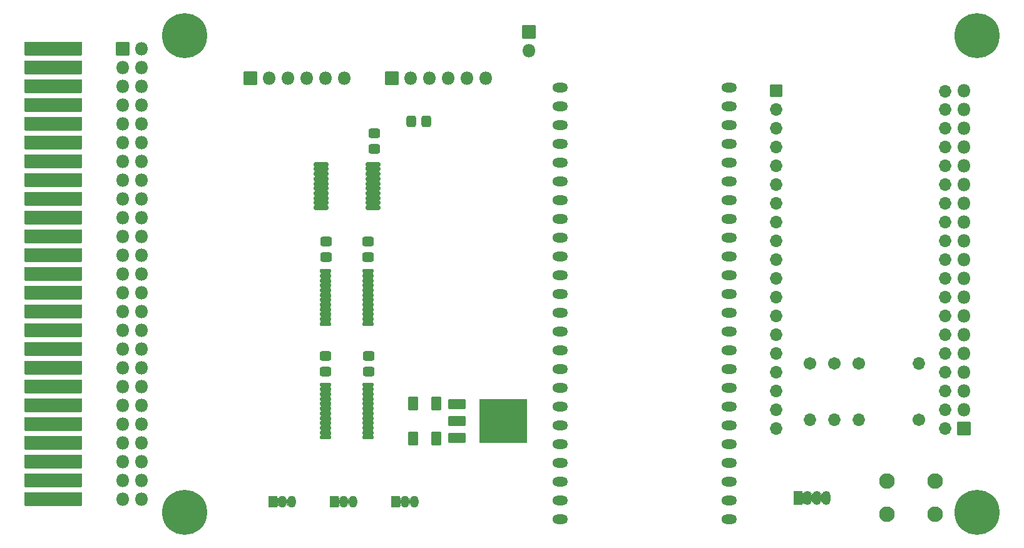
<source format=gbr>
%TF.GenerationSoftware,KiCad,Pcbnew,(6.0.6-0)*%
%TF.CreationDate,2022-07-26T13:54:30-07:00*%
%TF.ProjectId,TRS-IO-M3,5452532d-494f-42d4-9d33-2e6b69636164,rev?*%
%TF.SameCoordinates,Original*%
%TF.FileFunction,Soldermask,Top*%
%TF.FilePolarity,Negative*%
%FSLAX46Y46*%
G04 Gerber Fmt 4.6, Leading zero omitted, Abs format (unit mm)*
G04 Created by KiCad (PCBNEW (6.0.6-0)) date 2022-07-26 13:54:30*
%MOMM*%
%LPD*%
G01*
G04 APERTURE LIST*
G04 Aperture macros list*
%AMRoundRect*
0 Rectangle with rounded corners*
0 $1 Rounding radius*
0 $2 $3 $4 $5 $6 $7 $8 $9 X,Y pos of 4 corners*
0 Add a 4 corners polygon primitive as box body*
4,1,4,$2,$3,$4,$5,$6,$7,$8,$9,$2,$3,0*
0 Add four circle primitives for the rounded corners*
1,1,$1+$1,$2,$3*
1,1,$1+$1,$4,$5*
1,1,$1+$1,$6,$7*
1,1,$1+$1,$8,$9*
0 Add four rect primitives between the rounded corners*
20,1,$1+$1,$2,$3,$4,$5,0*
20,1,$1+$1,$4,$5,$6,$7,0*
20,1,$1+$1,$6,$7,$8,$9,0*
20,1,$1+$1,$8,$9,$2,$3,0*%
G04 Aperture macros list end*
%ADD10C,6.102000*%
%ADD11C,0.902000*%
%ADD12C,1.702000*%
%ADD13O,1.702000X1.702000*%
%ADD14RoundRect,0.051000X0.850000X-0.850000X0.850000X0.850000X-0.850000X0.850000X-0.850000X-0.850000X0*%
%ADD15O,1.802000X1.802000*%
%ADD16RoundRect,0.301000X-0.475000X0.337500X-0.475000X-0.337500X0.475000X-0.337500X0.475000X0.337500X0*%
%ADD17O,2.102000X1.302000*%
%ADD18RoundRect,0.301000X0.475000X-0.337500X0.475000X0.337500X-0.475000X0.337500X-0.475000X-0.337500X0*%
%ADD19RoundRect,0.051000X-1.100000X-0.600000X1.100000X-0.600000X1.100000X0.600000X-1.100000X0.600000X0*%
%ADD20RoundRect,0.051000X-3.200000X-2.900000X3.200000X-2.900000X3.200000X2.900000X-3.200000X2.900000X0*%
%ADD21RoundRect,0.151000X-0.637500X-0.100000X0.637500X-0.100000X0.637500X0.100000X-0.637500X0.100000X0*%
%ADD22RoundRect,0.051000X-0.525000X-0.750000X0.525000X-0.750000X0.525000X0.750000X-0.525000X0.750000X0*%
%ADD23O,1.152000X1.602000*%
%ADD24RoundRect,0.301000X0.412500X0.650000X-0.412500X0.650000X-0.412500X-0.650000X0.412500X-0.650000X0*%
%ADD25RoundRect,0.051000X-0.850000X-0.850000X0.850000X-0.850000X0.850000X0.850000X-0.850000X0.850000X0*%
%ADD26RoundRect,0.051000X-0.800000X-0.800000X0.800000X-0.800000X0.800000X0.800000X-0.800000X0.800000X0*%
%ADD27RoundRect,0.051000X3.810000X-0.889000X3.810000X0.889000X-3.810000X0.889000X-3.810000X-0.889000X0*%
%ADD28RoundRect,0.051000X-0.535000X-0.900000X0.535000X-0.900000X0.535000X0.900000X-0.535000X0.900000X0*%
%ADD29O,1.172000X1.902000*%
%ADD30C,2.102000*%
%ADD31RoundRect,0.301000X-0.337500X-0.475000X0.337500X-0.475000X0.337500X0.475000X-0.337500X0.475000X0*%
%ADD32RoundRect,0.176000X-0.825000X-0.125000X0.825000X-0.125000X0.825000X0.125000X-0.825000X0.125000X0*%
%ADD33RoundRect,0.051000X0.850000X0.850000X-0.850000X0.850000X-0.850000X-0.850000X0.850000X-0.850000X0*%
G04 APERTURE END LIST*
D10*
%TO.C,H1*%
X124714000Y-60960000D03*
D11*
X126304990Y-62550990D03*
X123123010Y-59369010D03*
X126964000Y-60960000D03*
X124714000Y-58710000D03*
X122464000Y-60960000D03*
X124714000Y-63210000D03*
X126304990Y-59369010D03*
X123123010Y-62550990D03*
%TD*%
%TO.C,H2*%
X233540990Y-62550990D03*
X234200000Y-60960000D03*
D10*
X231950000Y-60960000D03*
D11*
X229700000Y-60960000D03*
X230359010Y-62550990D03*
X230359010Y-59369010D03*
X233540990Y-59369010D03*
X231950000Y-63210000D03*
X231950000Y-58710000D03*
%TD*%
%TO.C,H3*%
X126964000Y-125476000D03*
X124714000Y-127726000D03*
X126304990Y-123885010D03*
X123123010Y-127066990D03*
D10*
X124714000Y-125476000D03*
D11*
X122464000Y-125476000D03*
X124714000Y-123226000D03*
X126304990Y-127066990D03*
X123123010Y-123885010D03*
%TD*%
%TO.C,H4*%
X233540990Y-123885010D03*
X229700000Y-125476000D03*
X233540990Y-127066990D03*
X231950000Y-127726000D03*
X230359010Y-123885010D03*
X234200000Y-125476000D03*
X231950000Y-123226000D03*
X230359010Y-127066990D03*
D10*
X231950000Y-125476000D03*
%TD*%
D12*
%TO.C,R1*%
X209350000Y-105323000D03*
D13*
X209350000Y-112943000D03*
%TD*%
D12*
%TO.C,R2*%
X215954000Y-105323000D03*
D13*
X215954000Y-112943000D03*
%TD*%
D14*
%TO.C,J5*%
X133600000Y-66675000D03*
D15*
X136140000Y-66675000D03*
X138680000Y-66675000D03*
X141220000Y-66675000D03*
X143760000Y-66675000D03*
X146300000Y-66675000D03*
%TD*%
D16*
%TO.C,C6*%
X149650000Y-104312500D03*
X149650000Y-106387500D03*
%TD*%
D17*
%TO.C,U5*%
X175520000Y-67985000D03*
X175520000Y-70525000D03*
X175520000Y-73065000D03*
X175520000Y-75605000D03*
X175520000Y-78145000D03*
X175520000Y-80685000D03*
X175520000Y-83225000D03*
X175520000Y-85765000D03*
X175520000Y-88305000D03*
X175520000Y-90845000D03*
X175520000Y-93385000D03*
X175520000Y-95925000D03*
X175520000Y-98465000D03*
X175520000Y-101005000D03*
X175520000Y-103545000D03*
X175520000Y-106085000D03*
X175520000Y-108625000D03*
X175520000Y-111165000D03*
X175520000Y-113705000D03*
X175520000Y-116245000D03*
X175520000Y-118785000D03*
X175520000Y-121325000D03*
X175520000Y-123865000D03*
X175520000Y-126405000D03*
X198420000Y-126405000D03*
X198420000Y-123865000D03*
X198420000Y-121325000D03*
X198420000Y-118785000D03*
X198420000Y-116245000D03*
X198420000Y-113705000D03*
X198420000Y-111165000D03*
X198420000Y-108625000D03*
X198420000Y-106085000D03*
X198420000Y-103545000D03*
X198420000Y-101005000D03*
X198420000Y-98465000D03*
X198420000Y-95925000D03*
X198420000Y-93385000D03*
X198420000Y-90845000D03*
X198420000Y-88305000D03*
X198420000Y-85765000D03*
X198420000Y-83225000D03*
X198420000Y-80685000D03*
X198420000Y-78145000D03*
X198420000Y-75605000D03*
X198420000Y-73065000D03*
X198420000Y-70525000D03*
X198420000Y-67985000D03*
%TD*%
D18*
%TO.C,C1*%
X143850000Y-90887500D03*
X143850000Y-88812500D03*
%TD*%
D16*
%TO.C,C7*%
X150400000Y-74162500D03*
X150400000Y-76237500D03*
%TD*%
D19*
%TO.C,U4*%
X161575000Y-110795000D03*
X161575000Y-113075000D03*
D20*
X167875000Y-113075000D03*
D19*
X161575000Y-115355000D03*
%TD*%
D21*
%TO.C,U2*%
X143837500Y-108175000D03*
X143837500Y-108825000D03*
X143837500Y-109475000D03*
X143837500Y-110125000D03*
X143837500Y-110775000D03*
X143837500Y-111425000D03*
X143837500Y-112075000D03*
X143837500Y-112725000D03*
X143837500Y-113375000D03*
X143837500Y-114025000D03*
X143837500Y-114675000D03*
X143837500Y-115325000D03*
X149562500Y-115325000D03*
X149562500Y-114675000D03*
X149562500Y-114025000D03*
X149562500Y-113375000D03*
X149562500Y-112725000D03*
X149562500Y-112075000D03*
X149562500Y-111425000D03*
X149562500Y-110775000D03*
X149562500Y-110125000D03*
X149562500Y-109475000D03*
X149562500Y-108825000D03*
X149562500Y-108175000D03*
%TD*%
D16*
%TO.C,C3*%
X149600000Y-88812500D03*
X149600000Y-90887500D03*
%TD*%
D22*
%TO.C,Q2*%
X144990000Y-124060000D03*
D23*
X146260000Y-124060000D03*
X147530000Y-124060000D03*
%TD*%
D24*
%TO.C,C4*%
X158812500Y-110700000D03*
X155687500Y-110700000D03*
%TD*%
D25*
%TO.C,J4*%
X171300000Y-60475000D03*
D15*
X171300000Y-63015000D03*
%TD*%
D26*
%TO.C,U6*%
X204750000Y-68400000D03*
D13*
X204750000Y-70940000D03*
X204750000Y-73480000D03*
X204750000Y-76020000D03*
X204750000Y-78560000D03*
X204750000Y-81100000D03*
X204750000Y-83640000D03*
X204750000Y-86180000D03*
X204750000Y-88720000D03*
X204750000Y-91260000D03*
X204750000Y-93800000D03*
X204750000Y-96340000D03*
X204750000Y-98880000D03*
X204750000Y-101420000D03*
X204750000Y-103960000D03*
X204750000Y-106500000D03*
X204750000Y-109040000D03*
X204750000Y-111580000D03*
X204750000Y-114120000D03*
X227610000Y-114120000D03*
X227610000Y-111580000D03*
X227610000Y-109040000D03*
X227610000Y-106500000D03*
X227610000Y-103960000D03*
X227610000Y-101420000D03*
X227610000Y-98880000D03*
X227610000Y-96340000D03*
X227610000Y-93800000D03*
X227610000Y-91260000D03*
X227610000Y-88720000D03*
X227610000Y-86180000D03*
X227610000Y-83640000D03*
X227610000Y-81100000D03*
X227610000Y-78560000D03*
X227610000Y-76020000D03*
X227610000Y-73480000D03*
X227610000Y-70940000D03*
X227610000Y-68463500D03*
%TD*%
D12*
%TO.C,R4*%
X224054000Y-112943000D03*
D13*
X224054000Y-105323000D03*
%TD*%
D27*
%TO.C,J1*%
X106934000Y-123698000D03*
X106934000Y-121158000D03*
X106934000Y-118618000D03*
X106934000Y-116078000D03*
X106934000Y-113538000D03*
X106934000Y-110998000D03*
X106934000Y-108458000D03*
X106934000Y-105918000D03*
X106934000Y-103378000D03*
X106934000Y-100838000D03*
X106934000Y-98298000D03*
X106934000Y-95758000D03*
X106934000Y-93218000D03*
X106934000Y-90678000D03*
X106934000Y-88138000D03*
X106934000Y-85598000D03*
X106934000Y-83058000D03*
X106934000Y-80518000D03*
X106934000Y-77978000D03*
X106934000Y-75438000D03*
X106934000Y-72898000D03*
X106934000Y-70358000D03*
X106934000Y-67818000D03*
X106934000Y-65278000D03*
X106934000Y-62738000D03*
%TD*%
D22*
%TO.C,Q1*%
X136700000Y-124060000D03*
D23*
X137970000Y-124060000D03*
X139240000Y-124060000D03*
%TD*%
D14*
%TO.C,J6*%
X152800000Y-66675000D03*
D15*
X155340000Y-66675000D03*
X157880000Y-66675000D03*
X160420000Y-66675000D03*
X162960000Y-66675000D03*
X165500000Y-66675000D03*
%TD*%
D12*
%TO.C,R3*%
X212652000Y-105323000D03*
D13*
X212652000Y-112943000D03*
%TD*%
D28*
%TO.C,D1*%
X207750000Y-123500000D03*
D29*
X209020000Y-123500000D03*
X210290000Y-123500000D03*
X211560000Y-123500000D03*
%TD*%
D15*
%TO.C,J2*%
X118867000Y-123703000D03*
X116327000Y-123703000D03*
X118867000Y-121163000D03*
X116327000Y-121163000D03*
X118867000Y-118623000D03*
X116327000Y-118623000D03*
X118867000Y-116083000D03*
X116327000Y-116083000D03*
X118867000Y-113543000D03*
X116327000Y-113543000D03*
X118867000Y-111003000D03*
X116327000Y-111003000D03*
X118867000Y-108463000D03*
X116327000Y-108463000D03*
X118867000Y-105923000D03*
X116327000Y-105923000D03*
X118867000Y-103383000D03*
X116327000Y-103383000D03*
X118867000Y-100843000D03*
X116327000Y-100843000D03*
X118867000Y-98303000D03*
X116327000Y-98303000D03*
X118867000Y-95763000D03*
X116327000Y-95763000D03*
X118867000Y-93223000D03*
X116327000Y-93223000D03*
X118867000Y-90683000D03*
X116327000Y-90683000D03*
X118867000Y-88143000D03*
X116327000Y-88143000D03*
X118867000Y-85603000D03*
X116327000Y-85603000D03*
X118867000Y-83063000D03*
X116327000Y-83063000D03*
X118867000Y-80523000D03*
X116327000Y-80523000D03*
X118867000Y-77983000D03*
X116327000Y-77983000D03*
X118867000Y-75443000D03*
X116327000Y-75443000D03*
X118867000Y-72903000D03*
X116327000Y-72903000D03*
X118867000Y-70363000D03*
X116327000Y-70363000D03*
X118867000Y-67823000D03*
X116327000Y-67823000D03*
X118867000Y-65283000D03*
X116327000Y-65283000D03*
X118867000Y-62743000D03*
D25*
X116327000Y-62743000D03*
%TD*%
D18*
%TO.C,C2*%
X143800000Y-106387500D03*
X143800000Y-104312500D03*
%TD*%
D30*
%TO.C,SW1*%
X226250000Y-125750000D03*
X219750000Y-125750000D03*
X226250000Y-121250000D03*
X219750000Y-121250000D03*
%TD*%
D21*
%TO.C,U1*%
X143837500Y-92800000D03*
X143837500Y-93450000D03*
X143837500Y-94100000D03*
X143837500Y-94750000D03*
X143837500Y-95400000D03*
X143837500Y-96050000D03*
X143837500Y-96700000D03*
X143837500Y-97350000D03*
X143837500Y-98000000D03*
X143837500Y-98650000D03*
X143837500Y-99300000D03*
X143837500Y-99950000D03*
X149562500Y-99950000D03*
X149562500Y-99300000D03*
X149562500Y-98650000D03*
X149562500Y-98000000D03*
X149562500Y-97350000D03*
X149562500Y-96700000D03*
X149562500Y-96050000D03*
X149562500Y-95400000D03*
X149562500Y-94750000D03*
X149562500Y-94100000D03*
X149562500Y-93450000D03*
X149562500Y-92800000D03*
%TD*%
D24*
%TO.C,C5*%
X158762500Y-115500000D03*
X155637500Y-115500000D03*
%TD*%
D31*
%TO.C,C8*%
X155375000Y-72550000D03*
X157450000Y-72550000D03*
%TD*%
D32*
%TO.C,U3*%
X143200000Y-78375000D03*
X143200000Y-79025000D03*
X143200000Y-79675000D03*
X143200000Y-80325000D03*
X143200000Y-80975000D03*
X143200000Y-81625000D03*
X143200000Y-82275000D03*
X143200000Y-82925000D03*
X143200000Y-83575000D03*
X143200000Y-84225000D03*
X150200000Y-84225000D03*
X150200000Y-83575000D03*
X150200000Y-82925000D03*
X150200000Y-82275000D03*
X150200000Y-81625000D03*
X150200000Y-80975000D03*
X150200000Y-80325000D03*
X150200000Y-79675000D03*
X150200000Y-79025000D03*
X150200000Y-78375000D03*
%TD*%
D15*
%TO.C,J3*%
X230150000Y-68430000D03*
X230150000Y-70970000D03*
X230150000Y-73510000D03*
X230150000Y-76050000D03*
X230150000Y-78590000D03*
X230150000Y-81130000D03*
X230150000Y-83670000D03*
X230150000Y-86210000D03*
X230150000Y-88750000D03*
X230150000Y-91290000D03*
X230150000Y-93830000D03*
X230150000Y-96370000D03*
X230150000Y-98910000D03*
X230150000Y-101450000D03*
X230150000Y-103990000D03*
X230150000Y-106530000D03*
X230150000Y-109070000D03*
X230150000Y-111610000D03*
D33*
X230150000Y-114150000D03*
%TD*%
D22*
%TO.C,Q3*%
X153280000Y-124060000D03*
D23*
X154550000Y-124060000D03*
X155820000Y-124060000D03*
%TD*%
G36*
X137277919Y-123433759D02*
G01*
X137297595Y-123500771D01*
X137349938Y-123546126D01*
X137418491Y-123555983D01*
X137481648Y-123527140D01*
X137496563Y-123510630D01*
X137498466Y-123510015D01*
X137499950Y-123511356D01*
X137499634Y-123513189D01*
X137472915Y-123548010D01*
X137415576Y-123686442D01*
X137396000Y-123835132D01*
X137396000Y-124284868D01*
X137415576Y-124433558D01*
X137472915Y-124571990D01*
X137503875Y-124612338D01*
X137504136Y-124614321D01*
X137502549Y-124615539D01*
X137501026Y-124615107D01*
X137448579Y-124572428D01*
X137379751Y-124564697D01*
X137317672Y-124595402D01*
X137281962Y-124654939D01*
X137277984Y-124686014D01*
X137276772Y-124687605D01*
X137274788Y-124687351D01*
X137274000Y-124685760D01*
X137274000Y-123434322D01*
X137275000Y-123432590D01*
X137277000Y-123432590D01*
X137277919Y-123433759D01*
G37*
G36*
X153857919Y-123433759D02*
G01*
X153877595Y-123500771D01*
X153929938Y-123546126D01*
X153998491Y-123555983D01*
X154061648Y-123527140D01*
X154076563Y-123510630D01*
X154078466Y-123510015D01*
X154079950Y-123511356D01*
X154079634Y-123513189D01*
X154052915Y-123548010D01*
X153995576Y-123686442D01*
X153976000Y-123835132D01*
X153976000Y-124284868D01*
X153995576Y-124433558D01*
X154052915Y-124571990D01*
X154083875Y-124612338D01*
X154084136Y-124614321D01*
X154082549Y-124615539D01*
X154081026Y-124615107D01*
X154028579Y-124572428D01*
X153959751Y-124564697D01*
X153897672Y-124595402D01*
X153861962Y-124654939D01*
X153857984Y-124686014D01*
X153856772Y-124687605D01*
X153854788Y-124687351D01*
X153854000Y-124685760D01*
X153854000Y-123434322D01*
X153855000Y-123432590D01*
X153857000Y-123432590D01*
X153857919Y-123433759D01*
G37*
G36*
X145567919Y-123433759D02*
G01*
X145587595Y-123500771D01*
X145639938Y-123546126D01*
X145708491Y-123555983D01*
X145771648Y-123527140D01*
X145786563Y-123510630D01*
X145788466Y-123510015D01*
X145789950Y-123511356D01*
X145789634Y-123513189D01*
X145762915Y-123548010D01*
X145705576Y-123686442D01*
X145686000Y-123835132D01*
X145686000Y-124284868D01*
X145705576Y-124433558D01*
X145762915Y-124571990D01*
X145793875Y-124612338D01*
X145794136Y-124614321D01*
X145792549Y-124615539D01*
X145791026Y-124615107D01*
X145738579Y-124572428D01*
X145669751Y-124564697D01*
X145607672Y-124595402D01*
X145571962Y-124654939D01*
X145567984Y-124686014D01*
X145566772Y-124687605D01*
X145564788Y-124687351D01*
X145564000Y-124685760D01*
X145564000Y-123434322D01*
X145565000Y-123432590D01*
X145567000Y-123432590D01*
X145567919Y-123433759D01*
G37*
G36*
X138738076Y-123558004D02*
G01*
X138738110Y-123559611D01*
X138685576Y-123686442D01*
X138666000Y-123835132D01*
X138666000Y-124284868D01*
X138685576Y-124433558D01*
X138736941Y-124557565D01*
X138736680Y-124559548D01*
X138734832Y-124560313D01*
X138733445Y-124559463D01*
X138728707Y-124552570D01*
X138728484Y-124552144D01*
X138719930Y-124529506D01*
X138678008Y-124474002D01*
X138613013Y-124450075D01*
X138545403Y-124465087D01*
X138496474Y-124514436D01*
X138490149Y-124528094D01*
X138478689Y-124557487D01*
X138478462Y-124557910D01*
X138475374Y-124562304D01*
X138473560Y-124563146D01*
X138471924Y-124561996D01*
X138471890Y-124560389D01*
X138524424Y-124433558D01*
X138544000Y-124284868D01*
X138544000Y-123835132D01*
X138524424Y-123686442D01*
X138473059Y-123562435D01*
X138473320Y-123560452D01*
X138475168Y-123559687D01*
X138476555Y-123560537D01*
X138481293Y-123567430D01*
X138481516Y-123567856D01*
X138490070Y-123590494D01*
X138531992Y-123645998D01*
X138596987Y-123669925D01*
X138664597Y-123654913D01*
X138713526Y-123605564D01*
X138719851Y-123591906D01*
X138731311Y-123562513D01*
X138731538Y-123562090D01*
X138734626Y-123557696D01*
X138736440Y-123556854D01*
X138738076Y-123558004D01*
G37*
G36*
X155318076Y-123558004D02*
G01*
X155318110Y-123559611D01*
X155265576Y-123686442D01*
X155246000Y-123835132D01*
X155246000Y-124284868D01*
X155265576Y-124433558D01*
X155316941Y-124557565D01*
X155316680Y-124559548D01*
X155314832Y-124560313D01*
X155313445Y-124559463D01*
X155308707Y-124552570D01*
X155308484Y-124552144D01*
X155299930Y-124529506D01*
X155258008Y-124474002D01*
X155193013Y-124450075D01*
X155125403Y-124465087D01*
X155076474Y-124514436D01*
X155070149Y-124528094D01*
X155058689Y-124557487D01*
X155058462Y-124557910D01*
X155055374Y-124562304D01*
X155053560Y-124563146D01*
X155051924Y-124561996D01*
X155051890Y-124560389D01*
X155104424Y-124433558D01*
X155124000Y-124284868D01*
X155124000Y-123835132D01*
X155104424Y-123686442D01*
X155053059Y-123562435D01*
X155053320Y-123560452D01*
X155055168Y-123559687D01*
X155056555Y-123560537D01*
X155061293Y-123567430D01*
X155061516Y-123567856D01*
X155070070Y-123590494D01*
X155111992Y-123645998D01*
X155176987Y-123669925D01*
X155244597Y-123654913D01*
X155293526Y-123605564D01*
X155299851Y-123591906D01*
X155311311Y-123562513D01*
X155311538Y-123562090D01*
X155314626Y-123557696D01*
X155316440Y-123556854D01*
X155318076Y-123558004D01*
G37*
G36*
X147028076Y-123558004D02*
G01*
X147028110Y-123559611D01*
X146975576Y-123686442D01*
X146956000Y-123835132D01*
X146956000Y-124284868D01*
X146975576Y-124433558D01*
X147026941Y-124557565D01*
X147026680Y-124559548D01*
X147024832Y-124560313D01*
X147023445Y-124559463D01*
X147018707Y-124552570D01*
X147018484Y-124552144D01*
X147009930Y-124529506D01*
X146968008Y-124474002D01*
X146903013Y-124450075D01*
X146835403Y-124465087D01*
X146786474Y-124514436D01*
X146780149Y-124528094D01*
X146768689Y-124557487D01*
X146768462Y-124557910D01*
X146765374Y-124562304D01*
X146763560Y-124563146D01*
X146761924Y-124561996D01*
X146761890Y-124560389D01*
X146814424Y-124433558D01*
X146834000Y-124284868D01*
X146834000Y-123835132D01*
X146814424Y-123686442D01*
X146763059Y-123562435D01*
X146763320Y-123560452D01*
X146765168Y-123559687D01*
X146766555Y-123560537D01*
X146771293Y-123567430D01*
X146771516Y-123567856D01*
X146780070Y-123590494D01*
X146821992Y-123645998D01*
X146886987Y-123669925D01*
X146954597Y-123654913D01*
X147003526Y-123605564D01*
X147009851Y-123591906D01*
X147021311Y-123562513D01*
X147021538Y-123562090D01*
X147024626Y-123557696D01*
X147026440Y-123556854D01*
X147028076Y-123558004D01*
G37*
G36*
X208337919Y-122702267D02*
G01*
X208357595Y-122769279D01*
X208409938Y-122814634D01*
X208478491Y-122824491D01*
X208541647Y-122795648D01*
X208561702Y-122773450D01*
X208583559Y-122742350D01*
X208583880Y-122741993D01*
X208592637Y-122734354D01*
X208594600Y-122733969D01*
X208595915Y-122735476D01*
X208595539Y-122737079D01*
X208514255Y-122843010D01*
X208455916Y-122983854D01*
X208436000Y-123135132D01*
X208436000Y-123864868D01*
X208455916Y-124016146D01*
X208514255Y-124156990D01*
X208593646Y-124260455D01*
X208593907Y-124262438D01*
X208592320Y-124263656D01*
X208590728Y-124263166D01*
X208579790Y-124253420D01*
X208579473Y-124253060D01*
X208562528Y-124228406D01*
X208508578Y-124184506D01*
X208439750Y-124176775D01*
X208377671Y-124207481D01*
X208341962Y-124267018D01*
X208337984Y-124298092D01*
X208336772Y-124299683D01*
X208334788Y-124299429D01*
X208334000Y-124297838D01*
X208334000Y-122702830D01*
X208335000Y-122701098D01*
X208337000Y-122701098D01*
X208337919Y-122702267D01*
G37*
G36*
X211049359Y-122853141D02*
G01*
X211049393Y-122854748D01*
X210995916Y-122983854D01*
X210976000Y-123135132D01*
X210976000Y-123864868D01*
X210995916Y-124016146D01*
X211048204Y-124142380D01*
X211047943Y-124144363D01*
X211046095Y-124145128D01*
X211044708Y-124144278D01*
X211031993Y-124125778D01*
X211031466Y-124125820D01*
X211030730Y-124125220D01*
X210997864Y-124081704D01*
X210932869Y-124057778D01*
X210865259Y-124072789D01*
X210816329Y-124122137D01*
X210810003Y-124135800D01*
X210807504Y-124142209D01*
X210807277Y-124142633D01*
X210804091Y-124147167D01*
X210802277Y-124148009D01*
X210800641Y-124146859D01*
X210800607Y-124145252D01*
X210854084Y-124016146D01*
X210874000Y-123864868D01*
X210874000Y-123135132D01*
X210854084Y-122983854D01*
X210801796Y-122857620D01*
X210802057Y-122855637D01*
X210803905Y-122854872D01*
X210805292Y-122855722D01*
X210818007Y-122874222D01*
X210818534Y-122874180D01*
X210819270Y-122874780D01*
X210852136Y-122918296D01*
X210917131Y-122942222D01*
X210984741Y-122927211D01*
X211033671Y-122877863D01*
X211039997Y-122864200D01*
X211042496Y-122857791D01*
X211042723Y-122857367D01*
X211045909Y-122852833D01*
X211047723Y-122851991D01*
X211049359Y-122853141D01*
G37*
G36*
X209779359Y-122853141D02*
G01*
X209779393Y-122854748D01*
X209725916Y-122983854D01*
X209706000Y-123135132D01*
X209706000Y-123864868D01*
X209725916Y-124016146D01*
X209778204Y-124142380D01*
X209777943Y-124144363D01*
X209776095Y-124145128D01*
X209774708Y-124144278D01*
X209761993Y-124125778D01*
X209761466Y-124125820D01*
X209760730Y-124125220D01*
X209727864Y-124081704D01*
X209662869Y-124057778D01*
X209595259Y-124072789D01*
X209546329Y-124122137D01*
X209540003Y-124135800D01*
X209537504Y-124142209D01*
X209537277Y-124142633D01*
X209534091Y-124147167D01*
X209532277Y-124148009D01*
X209530641Y-124146859D01*
X209530607Y-124145252D01*
X209584084Y-124016146D01*
X209604000Y-123864868D01*
X209604000Y-123135132D01*
X209584084Y-122983854D01*
X209531796Y-122857620D01*
X209532057Y-122855637D01*
X209533905Y-122854872D01*
X209535292Y-122855722D01*
X209548007Y-122874222D01*
X209548534Y-122874180D01*
X209549270Y-122874780D01*
X209582136Y-122918296D01*
X209647131Y-122942222D01*
X209714741Y-122927211D01*
X209763671Y-122877863D01*
X209769997Y-122864200D01*
X209772496Y-122857791D01*
X209772723Y-122857367D01*
X209775909Y-122852833D01*
X209777723Y-122851991D01*
X209779359Y-122853141D01*
G37*
G36*
X144552587Y-114902477D02*
G01*
X144552126Y-114903891D01*
X144512803Y-114950944D01*
X144504170Y-115019660D01*
X144534133Y-115082289D01*
X144542803Y-115089800D01*
X144543457Y-115091690D01*
X144542147Y-115093202D01*
X144540382Y-115092975D01*
X144532006Y-115087379D01*
X144474801Y-115076000D01*
X143200199Y-115076000D01*
X143142994Y-115087379D01*
X143125520Y-115099055D01*
X143123524Y-115099186D01*
X143122413Y-115097523D01*
X143122874Y-115096109D01*
X143162197Y-115049056D01*
X143170830Y-114980340D01*
X143140867Y-114917711D01*
X143132197Y-114910200D01*
X143131543Y-114908310D01*
X143132853Y-114906798D01*
X143134618Y-114907025D01*
X143142994Y-114912621D01*
X143200199Y-114924000D01*
X144474801Y-114924000D01*
X144532006Y-114912621D01*
X144549480Y-114900945D01*
X144551476Y-114900814D01*
X144552587Y-114902477D01*
G37*
G36*
X150277587Y-114902477D02*
G01*
X150277126Y-114903891D01*
X150237803Y-114950944D01*
X150229170Y-115019660D01*
X150259133Y-115082289D01*
X150267803Y-115089800D01*
X150268457Y-115091690D01*
X150267147Y-115093202D01*
X150265382Y-115092975D01*
X150257006Y-115087379D01*
X150199801Y-115076000D01*
X148925199Y-115076000D01*
X148867994Y-115087379D01*
X148850520Y-115099055D01*
X148848524Y-115099186D01*
X148847413Y-115097523D01*
X148847874Y-115096109D01*
X148887197Y-115049056D01*
X148895830Y-114980340D01*
X148865867Y-114917711D01*
X148857197Y-114910200D01*
X148856543Y-114908310D01*
X148857853Y-114906798D01*
X148859618Y-114907025D01*
X148867994Y-114912621D01*
X148925199Y-114924000D01*
X150199801Y-114924000D01*
X150257006Y-114912621D01*
X150274480Y-114900945D01*
X150276476Y-114900814D01*
X150277587Y-114902477D01*
G37*
G36*
X150277587Y-114252477D02*
G01*
X150277126Y-114253891D01*
X150237803Y-114300944D01*
X150229170Y-114369660D01*
X150259133Y-114432289D01*
X150267803Y-114439800D01*
X150268457Y-114441690D01*
X150267147Y-114443202D01*
X150265382Y-114442975D01*
X150257006Y-114437379D01*
X150199801Y-114426000D01*
X148925199Y-114426000D01*
X148867994Y-114437379D01*
X148850520Y-114449055D01*
X148848524Y-114449186D01*
X148847413Y-114447523D01*
X148847874Y-114446109D01*
X148887197Y-114399056D01*
X148895830Y-114330340D01*
X148865867Y-114267711D01*
X148857197Y-114260200D01*
X148856543Y-114258310D01*
X148857853Y-114256798D01*
X148859618Y-114257025D01*
X148867994Y-114262621D01*
X148925199Y-114274000D01*
X150199801Y-114274000D01*
X150257006Y-114262621D01*
X150274480Y-114250945D01*
X150276476Y-114250814D01*
X150277587Y-114252477D01*
G37*
G36*
X144552587Y-114252477D02*
G01*
X144552126Y-114253891D01*
X144512803Y-114300944D01*
X144504170Y-114369660D01*
X144534133Y-114432289D01*
X144542803Y-114439800D01*
X144543457Y-114441690D01*
X144542147Y-114443202D01*
X144540382Y-114442975D01*
X144532006Y-114437379D01*
X144474801Y-114426000D01*
X143200199Y-114426000D01*
X143142994Y-114437379D01*
X143125520Y-114449055D01*
X143123524Y-114449186D01*
X143122413Y-114447523D01*
X143122874Y-114446109D01*
X143162197Y-114399056D01*
X143170830Y-114330340D01*
X143140867Y-114267711D01*
X143132197Y-114260200D01*
X143131543Y-114258310D01*
X143132853Y-114256798D01*
X143134618Y-114257025D01*
X143142994Y-114262621D01*
X143200199Y-114274000D01*
X144474801Y-114274000D01*
X144532006Y-114262621D01*
X144549480Y-114250945D01*
X144551476Y-114250814D01*
X144552587Y-114252477D01*
G37*
G36*
X144552587Y-113602477D02*
G01*
X144552126Y-113603891D01*
X144512803Y-113650944D01*
X144504170Y-113719660D01*
X144534133Y-113782289D01*
X144542803Y-113789800D01*
X144543457Y-113791690D01*
X144542147Y-113793202D01*
X144540382Y-113792975D01*
X144532006Y-113787379D01*
X144474801Y-113776000D01*
X143200199Y-113776000D01*
X143142994Y-113787379D01*
X143125520Y-113799055D01*
X143123524Y-113799186D01*
X143122413Y-113797523D01*
X143122874Y-113796109D01*
X143162197Y-113749056D01*
X143170830Y-113680340D01*
X143140867Y-113617711D01*
X143132197Y-113610200D01*
X143131543Y-113608310D01*
X143132853Y-113606798D01*
X143134618Y-113607025D01*
X143142994Y-113612621D01*
X143200199Y-113624000D01*
X144474801Y-113624000D01*
X144532006Y-113612621D01*
X144549480Y-113600945D01*
X144551476Y-113600814D01*
X144552587Y-113602477D01*
G37*
G36*
X150277587Y-113602477D02*
G01*
X150277126Y-113603891D01*
X150237803Y-113650944D01*
X150229170Y-113719660D01*
X150259133Y-113782289D01*
X150267803Y-113789800D01*
X150268457Y-113791690D01*
X150267147Y-113793202D01*
X150265382Y-113792975D01*
X150257006Y-113787379D01*
X150199801Y-113776000D01*
X148925199Y-113776000D01*
X148867994Y-113787379D01*
X148850520Y-113799055D01*
X148848524Y-113799186D01*
X148847413Y-113797523D01*
X148847874Y-113796109D01*
X148887197Y-113749056D01*
X148895830Y-113680340D01*
X148865867Y-113617711D01*
X148857197Y-113610200D01*
X148856543Y-113608310D01*
X148857853Y-113606798D01*
X148859618Y-113607025D01*
X148867994Y-113612621D01*
X148925199Y-113624000D01*
X150199801Y-113624000D01*
X150257006Y-113612621D01*
X150274480Y-113600945D01*
X150276476Y-113600814D01*
X150277587Y-113602477D01*
G37*
G36*
X144552587Y-112952477D02*
G01*
X144552126Y-112953891D01*
X144512803Y-113000944D01*
X144504170Y-113069660D01*
X144534133Y-113132289D01*
X144542803Y-113139800D01*
X144543457Y-113141690D01*
X144542147Y-113143202D01*
X144540382Y-113142975D01*
X144532006Y-113137379D01*
X144474801Y-113126000D01*
X143200199Y-113126000D01*
X143142994Y-113137379D01*
X143125520Y-113149055D01*
X143123524Y-113149186D01*
X143122413Y-113147523D01*
X143122874Y-113146109D01*
X143162197Y-113099056D01*
X143170830Y-113030340D01*
X143140867Y-112967711D01*
X143132197Y-112960200D01*
X143131543Y-112958310D01*
X143132853Y-112956798D01*
X143134618Y-112957025D01*
X143142994Y-112962621D01*
X143200199Y-112974000D01*
X144474801Y-112974000D01*
X144532006Y-112962621D01*
X144549480Y-112950945D01*
X144551476Y-112950814D01*
X144552587Y-112952477D01*
G37*
G36*
X150277587Y-112952477D02*
G01*
X150277126Y-112953891D01*
X150237803Y-113000944D01*
X150229170Y-113069660D01*
X150259133Y-113132289D01*
X150267803Y-113139800D01*
X150268457Y-113141690D01*
X150267147Y-113143202D01*
X150265382Y-113142975D01*
X150257006Y-113137379D01*
X150199801Y-113126000D01*
X148925199Y-113126000D01*
X148867994Y-113137379D01*
X148850520Y-113149055D01*
X148848524Y-113149186D01*
X148847413Y-113147523D01*
X148847874Y-113146109D01*
X148887197Y-113099056D01*
X148895830Y-113030340D01*
X148865867Y-112967711D01*
X148857197Y-112960200D01*
X148856543Y-112958310D01*
X148857853Y-112956798D01*
X148859618Y-112957025D01*
X148867994Y-112962621D01*
X148925199Y-112974000D01*
X150199801Y-112974000D01*
X150257006Y-112962621D01*
X150274480Y-112950945D01*
X150276476Y-112950814D01*
X150277587Y-112952477D01*
G37*
G36*
X144552587Y-112302477D02*
G01*
X144552126Y-112303891D01*
X144512803Y-112350944D01*
X144504170Y-112419660D01*
X144534133Y-112482289D01*
X144542803Y-112489800D01*
X144543457Y-112491690D01*
X144542147Y-112493202D01*
X144540382Y-112492975D01*
X144532006Y-112487379D01*
X144474801Y-112476000D01*
X143200199Y-112476000D01*
X143142994Y-112487379D01*
X143125520Y-112499055D01*
X143123524Y-112499186D01*
X143122413Y-112497523D01*
X143122874Y-112496109D01*
X143162197Y-112449056D01*
X143170830Y-112380340D01*
X143140867Y-112317711D01*
X143132197Y-112310200D01*
X143131543Y-112308310D01*
X143132853Y-112306798D01*
X143134618Y-112307025D01*
X143142994Y-112312621D01*
X143200199Y-112324000D01*
X144474801Y-112324000D01*
X144532006Y-112312621D01*
X144549480Y-112300945D01*
X144551476Y-112300814D01*
X144552587Y-112302477D01*
G37*
G36*
X150277587Y-112302477D02*
G01*
X150277126Y-112303891D01*
X150237803Y-112350944D01*
X150229170Y-112419660D01*
X150259133Y-112482289D01*
X150267803Y-112489800D01*
X150268457Y-112491690D01*
X150267147Y-112493202D01*
X150265382Y-112492975D01*
X150257006Y-112487379D01*
X150199801Y-112476000D01*
X148925199Y-112476000D01*
X148867994Y-112487379D01*
X148850520Y-112499055D01*
X148848524Y-112499186D01*
X148847413Y-112497523D01*
X148847874Y-112496109D01*
X148887197Y-112449056D01*
X148895830Y-112380340D01*
X148865867Y-112317711D01*
X148857197Y-112310200D01*
X148856543Y-112308310D01*
X148857853Y-112306798D01*
X148859618Y-112307025D01*
X148867994Y-112312621D01*
X148925199Y-112324000D01*
X150199801Y-112324000D01*
X150257006Y-112312621D01*
X150274480Y-112300945D01*
X150276476Y-112300814D01*
X150277587Y-112302477D01*
G37*
G36*
X144552587Y-111652477D02*
G01*
X144552126Y-111653891D01*
X144512803Y-111700944D01*
X144504170Y-111769660D01*
X144534133Y-111832289D01*
X144542803Y-111839800D01*
X144543457Y-111841690D01*
X144542147Y-111843202D01*
X144540382Y-111842975D01*
X144532006Y-111837379D01*
X144474801Y-111826000D01*
X143200199Y-111826000D01*
X143142994Y-111837379D01*
X143125520Y-111849055D01*
X143123524Y-111849186D01*
X143122413Y-111847523D01*
X143122874Y-111846109D01*
X143162197Y-111799056D01*
X143170830Y-111730340D01*
X143140867Y-111667711D01*
X143132197Y-111660200D01*
X143131543Y-111658310D01*
X143132853Y-111656798D01*
X143134618Y-111657025D01*
X143142994Y-111662621D01*
X143200199Y-111674000D01*
X144474801Y-111674000D01*
X144532006Y-111662621D01*
X144549480Y-111650945D01*
X144551476Y-111650814D01*
X144552587Y-111652477D01*
G37*
G36*
X150277587Y-111652477D02*
G01*
X150277126Y-111653891D01*
X150237803Y-111700944D01*
X150229170Y-111769660D01*
X150259133Y-111832289D01*
X150267803Y-111839800D01*
X150268457Y-111841690D01*
X150267147Y-111843202D01*
X150265382Y-111842975D01*
X150257006Y-111837379D01*
X150199801Y-111826000D01*
X148925199Y-111826000D01*
X148867994Y-111837379D01*
X148850520Y-111849055D01*
X148848524Y-111849186D01*
X148847413Y-111847523D01*
X148847874Y-111846109D01*
X148887197Y-111799056D01*
X148895830Y-111730340D01*
X148865867Y-111667711D01*
X148857197Y-111660200D01*
X148856543Y-111658310D01*
X148857853Y-111656798D01*
X148859618Y-111657025D01*
X148867994Y-111662621D01*
X148925199Y-111674000D01*
X150199801Y-111674000D01*
X150257006Y-111662621D01*
X150274480Y-111650945D01*
X150276476Y-111650814D01*
X150277587Y-111652477D01*
G37*
G36*
X144552587Y-111002477D02*
G01*
X144552126Y-111003891D01*
X144512803Y-111050944D01*
X144504170Y-111119660D01*
X144534133Y-111182289D01*
X144542803Y-111189800D01*
X144543457Y-111191690D01*
X144542147Y-111193202D01*
X144540382Y-111192975D01*
X144532006Y-111187379D01*
X144474801Y-111176000D01*
X143200199Y-111176000D01*
X143142994Y-111187379D01*
X143125520Y-111199055D01*
X143123524Y-111199186D01*
X143122413Y-111197523D01*
X143122874Y-111196109D01*
X143162197Y-111149056D01*
X143170830Y-111080340D01*
X143140867Y-111017711D01*
X143132197Y-111010200D01*
X143131543Y-111008310D01*
X143132853Y-111006798D01*
X143134618Y-111007025D01*
X143142994Y-111012621D01*
X143200199Y-111024000D01*
X144474801Y-111024000D01*
X144532006Y-111012621D01*
X144549480Y-111000945D01*
X144551476Y-111000814D01*
X144552587Y-111002477D01*
G37*
G36*
X150277587Y-111002477D02*
G01*
X150277126Y-111003891D01*
X150237803Y-111050944D01*
X150229170Y-111119660D01*
X150259133Y-111182289D01*
X150267803Y-111189800D01*
X150268457Y-111191690D01*
X150267147Y-111193202D01*
X150265382Y-111192975D01*
X150257006Y-111187379D01*
X150199801Y-111176000D01*
X148925199Y-111176000D01*
X148867994Y-111187379D01*
X148850520Y-111199055D01*
X148848524Y-111199186D01*
X148847413Y-111197523D01*
X148847874Y-111196109D01*
X148887197Y-111149056D01*
X148895830Y-111080340D01*
X148865867Y-111017711D01*
X148857197Y-111010200D01*
X148856543Y-111008310D01*
X148857853Y-111006798D01*
X148859618Y-111007025D01*
X148867994Y-111012621D01*
X148925199Y-111024000D01*
X150199801Y-111024000D01*
X150257006Y-111012621D01*
X150274480Y-111000945D01*
X150276476Y-111000814D01*
X150277587Y-111002477D01*
G37*
G36*
X144552587Y-110352477D02*
G01*
X144552126Y-110353891D01*
X144512803Y-110400944D01*
X144504170Y-110469660D01*
X144534133Y-110532289D01*
X144542803Y-110539800D01*
X144543457Y-110541690D01*
X144542147Y-110543202D01*
X144540382Y-110542975D01*
X144532006Y-110537379D01*
X144474801Y-110526000D01*
X143200199Y-110526000D01*
X143142994Y-110537379D01*
X143125520Y-110549055D01*
X143123524Y-110549186D01*
X143122413Y-110547523D01*
X143122874Y-110546109D01*
X143162197Y-110499056D01*
X143170830Y-110430340D01*
X143140867Y-110367711D01*
X143132197Y-110360200D01*
X143131543Y-110358310D01*
X143132853Y-110356798D01*
X143134618Y-110357025D01*
X143142994Y-110362621D01*
X143200199Y-110374000D01*
X144474801Y-110374000D01*
X144532006Y-110362621D01*
X144549480Y-110350945D01*
X144551476Y-110350814D01*
X144552587Y-110352477D01*
G37*
G36*
X150277587Y-110352477D02*
G01*
X150277126Y-110353891D01*
X150237803Y-110400944D01*
X150229170Y-110469660D01*
X150259133Y-110532289D01*
X150267803Y-110539800D01*
X150268457Y-110541690D01*
X150267147Y-110543202D01*
X150265382Y-110542975D01*
X150257006Y-110537379D01*
X150199801Y-110526000D01*
X148925199Y-110526000D01*
X148867994Y-110537379D01*
X148850520Y-110549055D01*
X148848524Y-110549186D01*
X148847413Y-110547523D01*
X148847874Y-110546109D01*
X148887197Y-110499056D01*
X148895830Y-110430340D01*
X148865867Y-110367711D01*
X148857197Y-110360200D01*
X148856543Y-110358310D01*
X148857853Y-110356798D01*
X148859618Y-110357025D01*
X148867994Y-110362621D01*
X148925199Y-110374000D01*
X150199801Y-110374000D01*
X150257006Y-110362621D01*
X150274480Y-110350945D01*
X150276476Y-110350814D01*
X150277587Y-110352477D01*
G37*
G36*
X144552587Y-109702477D02*
G01*
X144552126Y-109703891D01*
X144512803Y-109750944D01*
X144504170Y-109819660D01*
X144534133Y-109882289D01*
X144542803Y-109889800D01*
X144543457Y-109891690D01*
X144542147Y-109893202D01*
X144540382Y-109892975D01*
X144532006Y-109887379D01*
X144474801Y-109876000D01*
X143200199Y-109876000D01*
X143142994Y-109887379D01*
X143125520Y-109899055D01*
X143123524Y-109899186D01*
X143122413Y-109897523D01*
X143122874Y-109896109D01*
X143162197Y-109849056D01*
X143170830Y-109780340D01*
X143140867Y-109717711D01*
X143132197Y-109710200D01*
X143131543Y-109708310D01*
X143132853Y-109706798D01*
X143134618Y-109707025D01*
X143142994Y-109712621D01*
X143200199Y-109724000D01*
X144474801Y-109724000D01*
X144532006Y-109712621D01*
X144549480Y-109700945D01*
X144551476Y-109700814D01*
X144552587Y-109702477D01*
G37*
G36*
X150277587Y-109702477D02*
G01*
X150277126Y-109703891D01*
X150237803Y-109750944D01*
X150229170Y-109819660D01*
X150259133Y-109882289D01*
X150267803Y-109889800D01*
X150268457Y-109891690D01*
X150267147Y-109893202D01*
X150265382Y-109892975D01*
X150257006Y-109887379D01*
X150199801Y-109876000D01*
X148925199Y-109876000D01*
X148867994Y-109887379D01*
X148850520Y-109899055D01*
X148848524Y-109899186D01*
X148847413Y-109897523D01*
X148847874Y-109896109D01*
X148887197Y-109849056D01*
X148895830Y-109780340D01*
X148865867Y-109717711D01*
X148857197Y-109710200D01*
X148856543Y-109708310D01*
X148857853Y-109706798D01*
X148859618Y-109707025D01*
X148867994Y-109712621D01*
X148925199Y-109724000D01*
X150199801Y-109724000D01*
X150257006Y-109712621D01*
X150274480Y-109700945D01*
X150276476Y-109700814D01*
X150277587Y-109702477D01*
G37*
G36*
X144552587Y-109052477D02*
G01*
X144552126Y-109053891D01*
X144512803Y-109100944D01*
X144504170Y-109169660D01*
X144534133Y-109232289D01*
X144542803Y-109239800D01*
X144543457Y-109241690D01*
X144542147Y-109243202D01*
X144540382Y-109242975D01*
X144532006Y-109237379D01*
X144474801Y-109226000D01*
X143200199Y-109226000D01*
X143142994Y-109237379D01*
X143125520Y-109249055D01*
X143123524Y-109249186D01*
X143122413Y-109247523D01*
X143122874Y-109246109D01*
X143162197Y-109199056D01*
X143170830Y-109130340D01*
X143140867Y-109067711D01*
X143132197Y-109060200D01*
X143131543Y-109058310D01*
X143132853Y-109056798D01*
X143134618Y-109057025D01*
X143142994Y-109062621D01*
X143200199Y-109074000D01*
X144474801Y-109074000D01*
X144532006Y-109062621D01*
X144549480Y-109050945D01*
X144551476Y-109050814D01*
X144552587Y-109052477D01*
G37*
G36*
X150277587Y-109052477D02*
G01*
X150277126Y-109053891D01*
X150237803Y-109100944D01*
X150229170Y-109169660D01*
X150259133Y-109232289D01*
X150267803Y-109239800D01*
X150268457Y-109241690D01*
X150267147Y-109243202D01*
X150265382Y-109242975D01*
X150257006Y-109237379D01*
X150199801Y-109226000D01*
X148925199Y-109226000D01*
X148867994Y-109237379D01*
X148850520Y-109249055D01*
X148848524Y-109249186D01*
X148847413Y-109247523D01*
X148847874Y-109246109D01*
X148887197Y-109199056D01*
X148895830Y-109130340D01*
X148865867Y-109067711D01*
X148857197Y-109060200D01*
X148856543Y-109058310D01*
X148857853Y-109056798D01*
X148859618Y-109057025D01*
X148867994Y-109062621D01*
X148925199Y-109074000D01*
X150199801Y-109074000D01*
X150257006Y-109062621D01*
X150274480Y-109050945D01*
X150276476Y-109050814D01*
X150277587Y-109052477D01*
G37*
G36*
X144552587Y-108402477D02*
G01*
X144552126Y-108403891D01*
X144512803Y-108450944D01*
X144504170Y-108519660D01*
X144534133Y-108582289D01*
X144542803Y-108589800D01*
X144543457Y-108591690D01*
X144542147Y-108593202D01*
X144540382Y-108592975D01*
X144532006Y-108587379D01*
X144474801Y-108576000D01*
X143200199Y-108576000D01*
X143142994Y-108587379D01*
X143125520Y-108599055D01*
X143123524Y-108599186D01*
X143122413Y-108597523D01*
X143122874Y-108596109D01*
X143162197Y-108549056D01*
X143170830Y-108480340D01*
X143140867Y-108417711D01*
X143132197Y-108410200D01*
X143131543Y-108408310D01*
X143132853Y-108406798D01*
X143134618Y-108407025D01*
X143142994Y-108412621D01*
X143200199Y-108424000D01*
X144474801Y-108424000D01*
X144532006Y-108412621D01*
X144549480Y-108400945D01*
X144551476Y-108400814D01*
X144552587Y-108402477D01*
G37*
G36*
X150277587Y-108402477D02*
G01*
X150277126Y-108403891D01*
X150237803Y-108450944D01*
X150229170Y-108519660D01*
X150259133Y-108582289D01*
X150267803Y-108589800D01*
X150268457Y-108591690D01*
X150267147Y-108593202D01*
X150265382Y-108592975D01*
X150257006Y-108587379D01*
X150199801Y-108576000D01*
X148925199Y-108576000D01*
X148867994Y-108587379D01*
X148850520Y-108599055D01*
X148848524Y-108599186D01*
X148847413Y-108597523D01*
X148847874Y-108596109D01*
X148887197Y-108549056D01*
X148895830Y-108480340D01*
X148865867Y-108417711D01*
X148857197Y-108410200D01*
X148856543Y-108408310D01*
X148857853Y-108406798D01*
X148859618Y-108407025D01*
X148867994Y-108412621D01*
X148925199Y-108424000D01*
X150199801Y-108424000D01*
X150257006Y-108412621D01*
X150274480Y-108400945D01*
X150276476Y-108400814D01*
X150277587Y-108402477D01*
G37*
G36*
X144552587Y-99527477D02*
G01*
X144552126Y-99528891D01*
X144512803Y-99575944D01*
X144504170Y-99644660D01*
X144534133Y-99707289D01*
X144542803Y-99714800D01*
X144543457Y-99716690D01*
X144542147Y-99718202D01*
X144540382Y-99717975D01*
X144532006Y-99712379D01*
X144474801Y-99701000D01*
X143200199Y-99701000D01*
X143142994Y-99712379D01*
X143125520Y-99724055D01*
X143123524Y-99724186D01*
X143122413Y-99722523D01*
X143122874Y-99721109D01*
X143162197Y-99674056D01*
X143170830Y-99605340D01*
X143140867Y-99542711D01*
X143132197Y-99535200D01*
X143131543Y-99533310D01*
X143132853Y-99531798D01*
X143134618Y-99532025D01*
X143142994Y-99537621D01*
X143200199Y-99549000D01*
X144474801Y-99549000D01*
X144532006Y-99537621D01*
X144549480Y-99525945D01*
X144551476Y-99525814D01*
X144552587Y-99527477D01*
G37*
G36*
X150277587Y-99527477D02*
G01*
X150277126Y-99528891D01*
X150237803Y-99575944D01*
X150229170Y-99644660D01*
X150259133Y-99707289D01*
X150267803Y-99714800D01*
X150268457Y-99716690D01*
X150267147Y-99718202D01*
X150265382Y-99717975D01*
X150257006Y-99712379D01*
X150199801Y-99701000D01*
X148925199Y-99701000D01*
X148867994Y-99712379D01*
X148850520Y-99724055D01*
X148848524Y-99724186D01*
X148847413Y-99722523D01*
X148847874Y-99721109D01*
X148887197Y-99674056D01*
X148895830Y-99605340D01*
X148865867Y-99542711D01*
X148857197Y-99535200D01*
X148856543Y-99533310D01*
X148857853Y-99531798D01*
X148859618Y-99532025D01*
X148867994Y-99537621D01*
X148925199Y-99549000D01*
X150199801Y-99549000D01*
X150257006Y-99537621D01*
X150274480Y-99525945D01*
X150276476Y-99525814D01*
X150277587Y-99527477D01*
G37*
G36*
X144552587Y-98877477D02*
G01*
X144552126Y-98878891D01*
X144512803Y-98925944D01*
X144504170Y-98994660D01*
X144534133Y-99057289D01*
X144542803Y-99064800D01*
X144543457Y-99066690D01*
X144542147Y-99068202D01*
X144540382Y-99067975D01*
X144532006Y-99062379D01*
X144474801Y-99051000D01*
X143200199Y-99051000D01*
X143142994Y-99062379D01*
X143125520Y-99074055D01*
X143123524Y-99074186D01*
X143122413Y-99072523D01*
X143122874Y-99071109D01*
X143162197Y-99024056D01*
X143170830Y-98955340D01*
X143140867Y-98892711D01*
X143132197Y-98885200D01*
X143131543Y-98883310D01*
X143132853Y-98881798D01*
X143134618Y-98882025D01*
X143142994Y-98887621D01*
X143200199Y-98899000D01*
X144474801Y-98899000D01*
X144532006Y-98887621D01*
X144549480Y-98875945D01*
X144551476Y-98875814D01*
X144552587Y-98877477D01*
G37*
G36*
X150277587Y-98877477D02*
G01*
X150277126Y-98878891D01*
X150237803Y-98925944D01*
X150229170Y-98994660D01*
X150259133Y-99057289D01*
X150267803Y-99064800D01*
X150268457Y-99066690D01*
X150267147Y-99068202D01*
X150265382Y-99067975D01*
X150257006Y-99062379D01*
X150199801Y-99051000D01*
X148925199Y-99051000D01*
X148867994Y-99062379D01*
X148850520Y-99074055D01*
X148848524Y-99074186D01*
X148847413Y-99072523D01*
X148847874Y-99071109D01*
X148887197Y-99024056D01*
X148895830Y-98955340D01*
X148865867Y-98892711D01*
X148857197Y-98885200D01*
X148856543Y-98883310D01*
X148857853Y-98881798D01*
X148859618Y-98882025D01*
X148867994Y-98887621D01*
X148925199Y-98899000D01*
X150199801Y-98899000D01*
X150257006Y-98887621D01*
X150274480Y-98875945D01*
X150276476Y-98875814D01*
X150277587Y-98877477D01*
G37*
G36*
X150277587Y-98227477D02*
G01*
X150277126Y-98228891D01*
X150237803Y-98275944D01*
X150229170Y-98344660D01*
X150259133Y-98407289D01*
X150267803Y-98414800D01*
X150268457Y-98416690D01*
X150267147Y-98418202D01*
X150265382Y-98417975D01*
X150257006Y-98412379D01*
X150199801Y-98401000D01*
X148925199Y-98401000D01*
X148867994Y-98412379D01*
X148850520Y-98424055D01*
X148848524Y-98424186D01*
X148847413Y-98422523D01*
X148847874Y-98421109D01*
X148887197Y-98374056D01*
X148895830Y-98305340D01*
X148865867Y-98242711D01*
X148857197Y-98235200D01*
X148856543Y-98233310D01*
X148857853Y-98231798D01*
X148859618Y-98232025D01*
X148867994Y-98237621D01*
X148925199Y-98249000D01*
X150199801Y-98249000D01*
X150257006Y-98237621D01*
X150274480Y-98225945D01*
X150276476Y-98225814D01*
X150277587Y-98227477D01*
G37*
G36*
X144552587Y-98227477D02*
G01*
X144552126Y-98228891D01*
X144512803Y-98275944D01*
X144504170Y-98344660D01*
X144534133Y-98407289D01*
X144542803Y-98414800D01*
X144543457Y-98416690D01*
X144542147Y-98418202D01*
X144540382Y-98417975D01*
X144532006Y-98412379D01*
X144474801Y-98401000D01*
X143200199Y-98401000D01*
X143142994Y-98412379D01*
X143125520Y-98424055D01*
X143123524Y-98424186D01*
X143122413Y-98422523D01*
X143122874Y-98421109D01*
X143162197Y-98374056D01*
X143170830Y-98305340D01*
X143140867Y-98242711D01*
X143132197Y-98235200D01*
X143131543Y-98233310D01*
X143132853Y-98231798D01*
X143134618Y-98232025D01*
X143142994Y-98237621D01*
X143200199Y-98249000D01*
X144474801Y-98249000D01*
X144532006Y-98237621D01*
X144549480Y-98225945D01*
X144551476Y-98225814D01*
X144552587Y-98227477D01*
G37*
G36*
X144552587Y-97577477D02*
G01*
X144552126Y-97578891D01*
X144512803Y-97625944D01*
X144504170Y-97694660D01*
X144534133Y-97757289D01*
X144542803Y-97764800D01*
X144543457Y-97766690D01*
X144542147Y-97768202D01*
X144540382Y-97767975D01*
X144532006Y-97762379D01*
X144474801Y-97751000D01*
X143200199Y-97751000D01*
X143142994Y-97762379D01*
X143125520Y-97774055D01*
X143123524Y-97774186D01*
X143122413Y-97772523D01*
X143122874Y-97771109D01*
X143162197Y-97724056D01*
X143170830Y-97655340D01*
X143140867Y-97592711D01*
X143132197Y-97585200D01*
X143131543Y-97583310D01*
X143132853Y-97581798D01*
X143134618Y-97582025D01*
X143142994Y-97587621D01*
X143200199Y-97599000D01*
X144474801Y-97599000D01*
X144532006Y-97587621D01*
X144549480Y-97575945D01*
X144551476Y-97575814D01*
X144552587Y-97577477D01*
G37*
G36*
X150277587Y-97577477D02*
G01*
X150277126Y-97578891D01*
X150237803Y-97625944D01*
X150229170Y-97694660D01*
X150259133Y-97757289D01*
X150267803Y-97764800D01*
X150268457Y-97766690D01*
X150267147Y-97768202D01*
X150265382Y-97767975D01*
X150257006Y-97762379D01*
X150199801Y-97751000D01*
X148925199Y-97751000D01*
X148867994Y-97762379D01*
X148850520Y-97774055D01*
X148848524Y-97774186D01*
X148847413Y-97772523D01*
X148847874Y-97771109D01*
X148887197Y-97724056D01*
X148895830Y-97655340D01*
X148865867Y-97592711D01*
X148857197Y-97585200D01*
X148856543Y-97583310D01*
X148857853Y-97581798D01*
X148859618Y-97582025D01*
X148867994Y-97587621D01*
X148925199Y-97599000D01*
X150199801Y-97599000D01*
X150257006Y-97587621D01*
X150274480Y-97575945D01*
X150276476Y-97575814D01*
X150277587Y-97577477D01*
G37*
G36*
X150277587Y-96927477D02*
G01*
X150277126Y-96928891D01*
X150237803Y-96975944D01*
X150229170Y-97044660D01*
X150259133Y-97107289D01*
X150267803Y-97114800D01*
X150268457Y-97116690D01*
X150267147Y-97118202D01*
X150265382Y-97117975D01*
X150257006Y-97112379D01*
X150199801Y-97101000D01*
X148925199Y-97101000D01*
X148867994Y-97112379D01*
X148850520Y-97124055D01*
X148848524Y-97124186D01*
X148847413Y-97122523D01*
X148847874Y-97121109D01*
X148887197Y-97074056D01*
X148895830Y-97005340D01*
X148865867Y-96942711D01*
X148857197Y-96935200D01*
X148856543Y-96933310D01*
X148857853Y-96931798D01*
X148859618Y-96932025D01*
X148867994Y-96937621D01*
X148925199Y-96949000D01*
X150199801Y-96949000D01*
X150257006Y-96937621D01*
X150274480Y-96925945D01*
X150276476Y-96925814D01*
X150277587Y-96927477D01*
G37*
G36*
X144552587Y-96927477D02*
G01*
X144552126Y-96928891D01*
X144512803Y-96975944D01*
X144504170Y-97044660D01*
X144534133Y-97107289D01*
X144542803Y-97114800D01*
X144543457Y-97116690D01*
X144542147Y-97118202D01*
X144540382Y-97117975D01*
X144532006Y-97112379D01*
X144474801Y-97101000D01*
X143200199Y-97101000D01*
X143142994Y-97112379D01*
X143125520Y-97124055D01*
X143123524Y-97124186D01*
X143122413Y-97122523D01*
X143122874Y-97121109D01*
X143162197Y-97074056D01*
X143170830Y-97005340D01*
X143140867Y-96942711D01*
X143132197Y-96935200D01*
X143131543Y-96933310D01*
X143132853Y-96931798D01*
X143134618Y-96932025D01*
X143142994Y-96937621D01*
X143200199Y-96949000D01*
X144474801Y-96949000D01*
X144532006Y-96937621D01*
X144549480Y-96925945D01*
X144551476Y-96925814D01*
X144552587Y-96927477D01*
G37*
G36*
X144552587Y-96277477D02*
G01*
X144552126Y-96278891D01*
X144512803Y-96325944D01*
X144504170Y-96394660D01*
X144534133Y-96457289D01*
X144542803Y-96464800D01*
X144543457Y-96466690D01*
X144542147Y-96468202D01*
X144540382Y-96467975D01*
X144532006Y-96462379D01*
X144474801Y-96451000D01*
X143200199Y-96451000D01*
X143142994Y-96462379D01*
X143125520Y-96474055D01*
X143123524Y-96474186D01*
X143122413Y-96472523D01*
X143122874Y-96471109D01*
X143162197Y-96424056D01*
X143170830Y-96355340D01*
X143140867Y-96292711D01*
X143132197Y-96285200D01*
X143131543Y-96283310D01*
X143132853Y-96281798D01*
X143134618Y-96282025D01*
X143142994Y-96287621D01*
X143200199Y-96299000D01*
X144474801Y-96299000D01*
X144532006Y-96287621D01*
X144549480Y-96275945D01*
X144551476Y-96275814D01*
X144552587Y-96277477D01*
G37*
G36*
X150277587Y-96277477D02*
G01*
X150277126Y-96278891D01*
X150237803Y-96325944D01*
X150229170Y-96394660D01*
X150259133Y-96457289D01*
X150267803Y-96464800D01*
X150268457Y-96466690D01*
X150267147Y-96468202D01*
X150265382Y-96467975D01*
X150257006Y-96462379D01*
X150199801Y-96451000D01*
X148925199Y-96451000D01*
X148867994Y-96462379D01*
X148850520Y-96474055D01*
X148848524Y-96474186D01*
X148847413Y-96472523D01*
X148847874Y-96471109D01*
X148887197Y-96424056D01*
X148895830Y-96355340D01*
X148865867Y-96292711D01*
X148857197Y-96285200D01*
X148856543Y-96283310D01*
X148857853Y-96281798D01*
X148859618Y-96282025D01*
X148867994Y-96287621D01*
X148925199Y-96299000D01*
X150199801Y-96299000D01*
X150257006Y-96287621D01*
X150274480Y-96275945D01*
X150276476Y-96275814D01*
X150277587Y-96277477D01*
G37*
G36*
X150277587Y-95627477D02*
G01*
X150277126Y-95628891D01*
X150237803Y-95675944D01*
X150229170Y-95744660D01*
X150259133Y-95807289D01*
X150267803Y-95814800D01*
X150268457Y-95816690D01*
X150267147Y-95818202D01*
X150265382Y-95817975D01*
X150257006Y-95812379D01*
X150199801Y-95801000D01*
X148925199Y-95801000D01*
X148867994Y-95812379D01*
X148850520Y-95824055D01*
X148848524Y-95824186D01*
X148847413Y-95822523D01*
X148847874Y-95821109D01*
X148887197Y-95774056D01*
X148895830Y-95705340D01*
X148865867Y-95642711D01*
X148857197Y-95635200D01*
X148856543Y-95633310D01*
X148857853Y-95631798D01*
X148859618Y-95632025D01*
X148867994Y-95637621D01*
X148925199Y-95649000D01*
X150199801Y-95649000D01*
X150257006Y-95637621D01*
X150274480Y-95625945D01*
X150276476Y-95625814D01*
X150277587Y-95627477D01*
G37*
G36*
X144552587Y-95627477D02*
G01*
X144552126Y-95628891D01*
X144512803Y-95675944D01*
X144504170Y-95744660D01*
X144534133Y-95807289D01*
X144542803Y-95814800D01*
X144543457Y-95816690D01*
X144542147Y-95818202D01*
X144540382Y-95817975D01*
X144532006Y-95812379D01*
X144474801Y-95801000D01*
X143200199Y-95801000D01*
X143142994Y-95812379D01*
X143125520Y-95824055D01*
X143123524Y-95824186D01*
X143122413Y-95822523D01*
X143122874Y-95821109D01*
X143162197Y-95774056D01*
X143170830Y-95705340D01*
X143140867Y-95642711D01*
X143132197Y-95635200D01*
X143131543Y-95633310D01*
X143132853Y-95631798D01*
X143134618Y-95632025D01*
X143142994Y-95637621D01*
X143200199Y-95649000D01*
X144474801Y-95649000D01*
X144532006Y-95637621D01*
X144549480Y-95625945D01*
X144551476Y-95625814D01*
X144552587Y-95627477D01*
G37*
G36*
X144552587Y-94977477D02*
G01*
X144552126Y-94978891D01*
X144512803Y-95025944D01*
X144504170Y-95094660D01*
X144534133Y-95157289D01*
X144542803Y-95164800D01*
X144543457Y-95166690D01*
X144542147Y-95168202D01*
X144540382Y-95167975D01*
X144532006Y-95162379D01*
X144474801Y-95151000D01*
X143200199Y-95151000D01*
X143142994Y-95162379D01*
X143125520Y-95174055D01*
X143123524Y-95174186D01*
X143122413Y-95172523D01*
X143122874Y-95171109D01*
X143162197Y-95124056D01*
X143170830Y-95055340D01*
X143140867Y-94992711D01*
X143132197Y-94985200D01*
X143131543Y-94983310D01*
X143132853Y-94981798D01*
X143134618Y-94982025D01*
X143142994Y-94987621D01*
X143200199Y-94999000D01*
X144474801Y-94999000D01*
X144532006Y-94987621D01*
X144549480Y-94975945D01*
X144551476Y-94975814D01*
X144552587Y-94977477D01*
G37*
G36*
X150277587Y-94977477D02*
G01*
X150277126Y-94978891D01*
X150237803Y-95025944D01*
X150229170Y-95094660D01*
X150259133Y-95157289D01*
X150267803Y-95164800D01*
X150268457Y-95166690D01*
X150267147Y-95168202D01*
X150265382Y-95167975D01*
X150257006Y-95162379D01*
X150199801Y-95151000D01*
X148925199Y-95151000D01*
X148867994Y-95162379D01*
X148850520Y-95174055D01*
X148848524Y-95174186D01*
X148847413Y-95172523D01*
X148847874Y-95171109D01*
X148887197Y-95124056D01*
X148895830Y-95055340D01*
X148865867Y-94992711D01*
X148857197Y-94985200D01*
X148856543Y-94983310D01*
X148857853Y-94981798D01*
X148859618Y-94982025D01*
X148867994Y-94987621D01*
X148925199Y-94999000D01*
X150199801Y-94999000D01*
X150257006Y-94987621D01*
X150274480Y-94975945D01*
X150276476Y-94975814D01*
X150277587Y-94977477D01*
G37*
G36*
X150277587Y-94327477D02*
G01*
X150277126Y-94328891D01*
X150237803Y-94375944D01*
X150229170Y-94444660D01*
X150259133Y-94507289D01*
X150267803Y-94514800D01*
X150268457Y-94516690D01*
X150267147Y-94518202D01*
X150265382Y-94517975D01*
X150257006Y-94512379D01*
X150199801Y-94501000D01*
X148925199Y-94501000D01*
X148867994Y-94512379D01*
X148850520Y-94524055D01*
X148848524Y-94524186D01*
X148847413Y-94522523D01*
X148847874Y-94521109D01*
X148887197Y-94474056D01*
X148895830Y-94405340D01*
X148865867Y-94342711D01*
X148857197Y-94335200D01*
X148856543Y-94333310D01*
X148857853Y-94331798D01*
X148859618Y-94332025D01*
X148867994Y-94337621D01*
X148925199Y-94349000D01*
X150199801Y-94349000D01*
X150257006Y-94337621D01*
X150274480Y-94325945D01*
X150276476Y-94325814D01*
X150277587Y-94327477D01*
G37*
G36*
X144552587Y-94327477D02*
G01*
X144552126Y-94328891D01*
X144512803Y-94375944D01*
X144504170Y-94444660D01*
X144534133Y-94507289D01*
X144542803Y-94514800D01*
X144543457Y-94516690D01*
X144542147Y-94518202D01*
X144540382Y-94517975D01*
X144532006Y-94512379D01*
X144474801Y-94501000D01*
X143200199Y-94501000D01*
X143142994Y-94512379D01*
X143125520Y-94524055D01*
X143123524Y-94524186D01*
X143122413Y-94522523D01*
X143122874Y-94521109D01*
X143162197Y-94474056D01*
X143170830Y-94405340D01*
X143140867Y-94342711D01*
X143132197Y-94335200D01*
X143131543Y-94333310D01*
X143132853Y-94331798D01*
X143134618Y-94332025D01*
X143142994Y-94337621D01*
X143200199Y-94349000D01*
X144474801Y-94349000D01*
X144532006Y-94337621D01*
X144549480Y-94325945D01*
X144551476Y-94325814D01*
X144552587Y-94327477D01*
G37*
G36*
X144552587Y-93677477D02*
G01*
X144552126Y-93678891D01*
X144512803Y-93725944D01*
X144504170Y-93794660D01*
X144534133Y-93857289D01*
X144542803Y-93864800D01*
X144543457Y-93866690D01*
X144542147Y-93868202D01*
X144540382Y-93867975D01*
X144532006Y-93862379D01*
X144474801Y-93851000D01*
X143200199Y-93851000D01*
X143142994Y-93862379D01*
X143125520Y-93874055D01*
X143123524Y-93874186D01*
X143122413Y-93872523D01*
X143122874Y-93871109D01*
X143162197Y-93824056D01*
X143170830Y-93755340D01*
X143140867Y-93692711D01*
X143132197Y-93685200D01*
X143131543Y-93683310D01*
X143132853Y-93681798D01*
X143134618Y-93682025D01*
X143142994Y-93687621D01*
X143200199Y-93699000D01*
X144474801Y-93699000D01*
X144532006Y-93687621D01*
X144549480Y-93675945D01*
X144551476Y-93675814D01*
X144552587Y-93677477D01*
G37*
G36*
X150277587Y-93677477D02*
G01*
X150277126Y-93678891D01*
X150237803Y-93725944D01*
X150229170Y-93794660D01*
X150259133Y-93857289D01*
X150267803Y-93864800D01*
X150268457Y-93866690D01*
X150267147Y-93868202D01*
X150265382Y-93867975D01*
X150257006Y-93862379D01*
X150199801Y-93851000D01*
X148925199Y-93851000D01*
X148867994Y-93862379D01*
X148850520Y-93874055D01*
X148848524Y-93874186D01*
X148847413Y-93872523D01*
X148847874Y-93871109D01*
X148887197Y-93824056D01*
X148895830Y-93755340D01*
X148865867Y-93692711D01*
X148857197Y-93685200D01*
X148856543Y-93683310D01*
X148857853Y-93681798D01*
X148859618Y-93682025D01*
X148867994Y-93687621D01*
X148925199Y-93699000D01*
X150199801Y-93699000D01*
X150257006Y-93687621D01*
X150274480Y-93675945D01*
X150276476Y-93675814D01*
X150277587Y-93677477D01*
G37*
G36*
X144552587Y-93027477D02*
G01*
X144552126Y-93028891D01*
X144512803Y-93075944D01*
X144504170Y-93144660D01*
X144534133Y-93207289D01*
X144542803Y-93214800D01*
X144543457Y-93216690D01*
X144542147Y-93218202D01*
X144540382Y-93217975D01*
X144532006Y-93212379D01*
X144474801Y-93201000D01*
X143200199Y-93201000D01*
X143142994Y-93212379D01*
X143125520Y-93224055D01*
X143123524Y-93224186D01*
X143122413Y-93222523D01*
X143122874Y-93221109D01*
X143162197Y-93174056D01*
X143170830Y-93105340D01*
X143140867Y-93042711D01*
X143132197Y-93035200D01*
X143131543Y-93033310D01*
X143132853Y-93031798D01*
X143134618Y-93032025D01*
X143142994Y-93037621D01*
X143200199Y-93049000D01*
X144474801Y-93049000D01*
X144532006Y-93037621D01*
X144549480Y-93025945D01*
X144551476Y-93025814D01*
X144552587Y-93027477D01*
G37*
G36*
X150277587Y-93027477D02*
G01*
X150277126Y-93028891D01*
X150237803Y-93075944D01*
X150229170Y-93144660D01*
X150259133Y-93207289D01*
X150267803Y-93214800D01*
X150268457Y-93216690D01*
X150267147Y-93218202D01*
X150265382Y-93217975D01*
X150257006Y-93212379D01*
X150199801Y-93201000D01*
X148925199Y-93201000D01*
X148867994Y-93212379D01*
X148850520Y-93224055D01*
X148848524Y-93224186D01*
X148847413Y-93222523D01*
X148847874Y-93221109D01*
X148887197Y-93174056D01*
X148895830Y-93105340D01*
X148865867Y-93042711D01*
X148857197Y-93035200D01*
X148856543Y-93033310D01*
X148857853Y-93031798D01*
X148859618Y-93032025D01*
X148867994Y-93037621D01*
X148925199Y-93049000D01*
X150199801Y-93049000D01*
X150257006Y-93037621D01*
X150274480Y-93025945D01*
X150276476Y-93025814D01*
X150277587Y-93027477D01*
G37*
G36*
X144149250Y-83825788D02*
G01*
X144149010Y-83826876D01*
X144123353Y-83873961D01*
X144128359Y-83943114D01*
X144146594Y-83971433D01*
X144146690Y-83973431D01*
X144145009Y-83974514D01*
X144143801Y-83974179D01*
X144091573Y-83939282D01*
X144024801Y-83926000D01*
X142375199Y-83926000D01*
X142308427Y-83939282D01*
X142253857Y-83975744D01*
X142251861Y-83975875D01*
X142250750Y-83974212D01*
X142250990Y-83973124D01*
X142276647Y-83926039D01*
X142271641Y-83856886D01*
X142253406Y-83828567D01*
X142253310Y-83826569D01*
X142254991Y-83825486D01*
X142256199Y-83825821D01*
X142308427Y-83860718D01*
X142375199Y-83874000D01*
X144024801Y-83874000D01*
X144091573Y-83860718D01*
X144146143Y-83824256D01*
X144148139Y-83824125D01*
X144149250Y-83825788D01*
G37*
G36*
X151149250Y-83825788D02*
G01*
X151149010Y-83826876D01*
X151123353Y-83873961D01*
X151128359Y-83943114D01*
X151146594Y-83971433D01*
X151146690Y-83973431D01*
X151145009Y-83974514D01*
X151143801Y-83974179D01*
X151091573Y-83939282D01*
X151024801Y-83926000D01*
X149375199Y-83926000D01*
X149308427Y-83939282D01*
X149253857Y-83975744D01*
X149251861Y-83975875D01*
X149250750Y-83974212D01*
X149250990Y-83973124D01*
X149276647Y-83926039D01*
X149271641Y-83856886D01*
X149253406Y-83828567D01*
X149253310Y-83826569D01*
X149254991Y-83825486D01*
X149256199Y-83825821D01*
X149308427Y-83860718D01*
X149375199Y-83874000D01*
X151024801Y-83874000D01*
X151091573Y-83860718D01*
X151146143Y-83824256D01*
X151148139Y-83824125D01*
X151149250Y-83825788D01*
G37*
G36*
X151149250Y-83175788D02*
G01*
X151149010Y-83176876D01*
X151123353Y-83223961D01*
X151128359Y-83293114D01*
X151146594Y-83321433D01*
X151146690Y-83323431D01*
X151145009Y-83324514D01*
X151143801Y-83324179D01*
X151091573Y-83289282D01*
X151024801Y-83276000D01*
X149375199Y-83276000D01*
X149308427Y-83289282D01*
X149253857Y-83325744D01*
X149251861Y-83325875D01*
X149250750Y-83324212D01*
X149250990Y-83323124D01*
X149276647Y-83276039D01*
X149271641Y-83206886D01*
X149253406Y-83178567D01*
X149253310Y-83176569D01*
X149254991Y-83175486D01*
X149256199Y-83175821D01*
X149308427Y-83210718D01*
X149375199Y-83224000D01*
X151024801Y-83224000D01*
X151091573Y-83210718D01*
X151146143Y-83174256D01*
X151148139Y-83174125D01*
X151149250Y-83175788D01*
G37*
G36*
X144149250Y-83175788D02*
G01*
X144149010Y-83176876D01*
X144123353Y-83223961D01*
X144128359Y-83293114D01*
X144146594Y-83321433D01*
X144146690Y-83323431D01*
X144145009Y-83324514D01*
X144143801Y-83324179D01*
X144091573Y-83289282D01*
X144024801Y-83276000D01*
X142375199Y-83276000D01*
X142308427Y-83289282D01*
X142253857Y-83325744D01*
X142251861Y-83325875D01*
X142250750Y-83324212D01*
X142250990Y-83323124D01*
X142276647Y-83276039D01*
X142271641Y-83206886D01*
X142253406Y-83178567D01*
X142253310Y-83176569D01*
X142254991Y-83175486D01*
X142256199Y-83175821D01*
X142308427Y-83210718D01*
X142375199Y-83224000D01*
X144024801Y-83224000D01*
X144091573Y-83210718D01*
X144146143Y-83174256D01*
X144148139Y-83174125D01*
X144149250Y-83175788D01*
G37*
G36*
X144149250Y-82525788D02*
G01*
X144149010Y-82526876D01*
X144123353Y-82573961D01*
X144128359Y-82643114D01*
X144146594Y-82671433D01*
X144146690Y-82673431D01*
X144145009Y-82674514D01*
X144143801Y-82674179D01*
X144091573Y-82639282D01*
X144024801Y-82626000D01*
X142375199Y-82626000D01*
X142308427Y-82639282D01*
X142253857Y-82675744D01*
X142251861Y-82675875D01*
X142250750Y-82674212D01*
X142250990Y-82673124D01*
X142276647Y-82626039D01*
X142271641Y-82556886D01*
X142253406Y-82528567D01*
X142253310Y-82526569D01*
X142254991Y-82525486D01*
X142256199Y-82525821D01*
X142308427Y-82560718D01*
X142375199Y-82574000D01*
X144024801Y-82574000D01*
X144091573Y-82560718D01*
X144146143Y-82524256D01*
X144148139Y-82524125D01*
X144149250Y-82525788D01*
G37*
G36*
X151149250Y-82525788D02*
G01*
X151149010Y-82526876D01*
X151123353Y-82573961D01*
X151128359Y-82643114D01*
X151146594Y-82671433D01*
X151146690Y-82673431D01*
X151145009Y-82674514D01*
X151143801Y-82674179D01*
X151091573Y-82639282D01*
X151024801Y-82626000D01*
X149375199Y-82626000D01*
X149308427Y-82639282D01*
X149253857Y-82675744D01*
X149251861Y-82675875D01*
X149250750Y-82674212D01*
X149250990Y-82673124D01*
X149276647Y-82626039D01*
X149271641Y-82556886D01*
X149253406Y-82528567D01*
X149253310Y-82526569D01*
X149254991Y-82525486D01*
X149256199Y-82525821D01*
X149308427Y-82560718D01*
X149375199Y-82574000D01*
X151024801Y-82574000D01*
X151091573Y-82560718D01*
X151146143Y-82524256D01*
X151148139Y-82524125D01*
X151149250Y-82525788D01*
G37*
G36*
X144149250Y-81875788D02*
G01*
X144149010Y-81876876D01*
X144123353Y-81923961D01*
X144128359Y-81993114D01*
X144146594Y-82021433D01*
X144146690Y-82023431D01*
X144145009Y-82024514D01*
X144143801Y-82024179D01*
X144091573Y-81989282D01*
X144024801Y-81976000D01*
X142375199Y-81976000D01*
X142308427Y-81989282D01*
X142253857Y-82025744D01*
X142251861Y-82025875D01*
X142250750Y-82024212D01*
X142250990Y-82023124D01*
X142276647Y-81976039D01*
X142271641Y-81906886D01*
X142253406Y-81878567D01*
X142253310Y-81876569D01*
X142254991Y-81875486D01*
X142256199Y-81875821D01*
X142308427Y-81910718D01*
X142375199Y-81924000D01*
X144024801Y-81924000D01*
X144091573Y-81910718D01*
X144146143Y-81874256D01*
X144148139Y-81874125D01*
X144149250Y-81875788D01*
G37*
G36*
X151149250Y-81875788D02*
G01*
X151149010Y-81876876D01*
X151123353Y-81923961D01*
X151128359Y-81993114D01*
X151146594Y-82021433D01*
X151146690Y-82023431D01*
X151145009Y-82024514D01*
X151143801Y-82024179D01*
X151091573Y-81989282D01*
X151024801Y-81976000D01*
X149375199Y-81976000D01*
X149308427Y-81989282D01*
X149253857Y-82025744D01*
X149251861Y-82025875D01*
X149250750Y-82024212D01*
X149250990Y-82023124D01*
X149276647Y-81976039D01*
X149271641Y-81906886D01*
X149253406Y-81878567D01*
X149253310Y-81876569D01*
X149254991Y-81875486D01*
X149256199Y-81875821D01*
X149308427Y-81910718D01*
X149375199Y-81924000D01*
X151024801Y-81924000D01*
X151091573Y-81910718D01*
X151146143Y-81874256D01*
X151148139Y-81874125D01*
X151149250Y-81875788D01*
G37*
G36*
X151149250Y-81225788D02*
G01*
X151149010Y-81226876D01*
X151123353Y-81273961D01*
X151128359Y-81343114D01*
X151146594Y-81371433D01*
X151146690Y-81373431D01*
X151145009Y-81374514D01*
X151143801Y-81374179D01*
X151091573Y-81339282D01*
X151024801Y-81326000D01*
X149375199Y-81326000D01*
X149308427Y-81339282D01*
X149253857Y-81375744D01*
X149251861Y-81375875D01*
X149250750Y-81374212D01*
X149250990Y-81373124D01*
X149276647Y-81326039D01*
X149271641Y-81256886D01*
X149253406Y-81228567D01*
X149253310Y-81226569D01*
X149254991Y-81225486D01*
X149256199Y-81225821D01*
X149308427Y-81260718D01*
X149375199Y-81274000D01*
X151024801Y-81274000D01*
X151091573Y-81260718D01*
X151146143Y-81224256D01*
X151148139Y-81224125D01*
X151149250Y-81225788D01*
G37*
G36*
X144149250Y-81225788D02*
G01*
X144149010Y-81226876D01*
X144123353Y-81273961D01*
X144128359Y-81343114D01*
X144146594Y-81371433D01*
X144146690Y-81373431D01*
X144145009Y-81374514D01*
X144143801Y-81374179D01*
X144091573Y-81339282D01*
X144024801Y-81326000D01*
X142375199Y-81326000D01*
X142308427Y-81339282D01*
X142253857Y-81375744D01*
X142251861Y-81375875D01*
X142250750Y-81374212D01*
X142250990Y-81373124D01*
X142276647Y-81326039D01*
X142271641Y-81256886D01*
X142253406Y-81228567D01*
X142253310Y-81226569D01*
X142254991Y-81225486D01*
X142256199Y-81225821D01*
X142308427Y-81260718D01*
X142375199Y-81274000D01*
X144024801Y-81274000D01*
X144091573Y-81260718D01*
X144146143Y-81224256D01*
X144148139Y-81224125D01*
X144149250Y-81225788D01*
G37*
G36*
X144149250Y-80575788D02*
G01*
X144149010Y-80576876D01*
X144123353Y-80623961D01*
X144128359Y-80693114D01*
X144146594Y-80721433D01*
X144146690Y-80723431D01*
X144145009Y-80724514D01*
X144143801Y-80724179D01*
X144091573Y-80689282D01*
X144024801Y-80676000D01*
X142375199Y-80676000D01*
X142308427Y-80689282D01*
X142253857Y-80725744D01*
X142251861Y-80725875D01*
X142250750Y-80724212D01*
X142250990Y-80723124D01*
X142276647Y-80676039D01*
X142271641Y-80606886D01*
X142253406Y-80578567D01*
X142253310Y-80576569D01*
X142254991Y-80575486D01*
X142256199Y-80575821D01*
X142308427Y-80610718D01*
X142375199Y-80624000D01*
X144024801Y-80624000D01*
X144091573Y-80610718D01*
X144146143Y-80574256D01*
X144148139Y-80574125D01*
X144149250Y-80575788D01*
G37*
G36*
X151149250Y-80575788D02*
G01*
X151149010Y-80576876D01*
X151123353Y-80623961D01*
X151128359Y-80693114D01*
X151146594Y-80721433D01*
X151146690Y-80723431D01*
X151145009Y-80724514D01*
X151143801Y-80724179D01*
X151091573Y-80689282D01*
X151024801Y-80676000D01*
X149375199Y-80676000D01*
X149308427Y-80689282D01*
X149253857Y-80725744D01*
X149251861Y-80725875D01*
X149250750Y-80724212D01*
X149250990Y-80723124D01*
X149276647Y-80676039D01*
X149271641Y-80606886D01*
X149253406Y-80578567D01*
X149253310Y-80576569D01*
X149254991Y-80575486D01*
X149256199Y-80575821D01*
X149308427Y-80610718D01*
X149375199Y-80624000D01*
X151024801Y-80624000D01*
X151091573Y-80610718D01*
X151146143Y-80574256D01*
X151148139Y-80574125D01*
X151149250Y-80575788D01*
G37*
G36*
X151149250Y-79925788D02*
G01*
X151149010Y-79926876D01*
X151123353Y-79973961D01*
X151128359Y-80043114D01*
X151146594Y-80071433D01*
X151146690Y-80073431D01*
X151145009Y-80074514D01*
X151143801Y-80074179D01*
X151091573Y-80039282D01*
X151024801Y-80026000D01*
X149375199Y-80026000D01*
X149308427Y-80039282D01*
X149253857Y-80075744D01*
X149251861Y-80075875D01*
X149250750Y-80074212D01*
X149250990Y-80073124D01*
X149276647Y-80026039D01*
X149271641Y-79956886D01*
X149253406Y-79928567D01*
X149253310Y-79926569D01*
X149254991Y-79925486D01*
X149256199Y-79925821D01*
X149308427Y-79960718D01*
X149375199Y-79974000D01*
X151024801Y-79974000D01*
X151091573Y-79960718D01*
X151146143Y-79924256D01*
X151148139Y-79924125D01*
X151149250Y-79925788D01*
G37*
G36*
X144149250Y-79925788D02*
G01*
X144149010Y-79926876D01*
X144123353Y-79973961D01*
X144128359Y-80043114D01*
X144146594Y-80071433D01*
X144146690Y-80073431D01*
X144145009Y-80074514D01*
X144143801Y-80074179D01*
X144091573Y-80039282D01*
X144024801Y-80026000D01*
X142375199Y-80026000D01*
X142308427Y-80039282D01*
X142253857Y-80075744D01*
X142251861Y-80075875D01*
X142250750Y-80074212D01*
X142250990Y-80073124D01*
X142276647Y-80026039D01*
X142271641Y-79956886D01*
X142253406Y-79928567D01*
X142253310Y-79926569D01*
X142254991Y-79925486D01*
X142256199Y-79925821D01*
X142308427Y-79960718D01*
X142375199Y-79974000D01*
X144024801Y-79974000D01*
X144091573Y-79960718D01*
X144146143Y-79924256D01*
X144148139Y-79924125D01*
X144149250Y-79925788D01*
G37*
G36*
X144149250Y-79275788D02*
G01*
X144149010Y-79276876D01*
X144123353Y-79323961D01*
X144128359Y-79393114D01*
X144146594Y-79421433D01*
X144146690Y-79423431D01*
X144145009Y-79424514D01*
X144143801Y-79424179D01*
X144091573Y-79389282D01*
X144024801Y-79376000D01*
X142375199Y-79376000D01*
X142308427Y-79389282D01*
X142253857Y-79425744D01*
X142251861Y-79425875D01*
X142250750Y-79424212D01*
X142250990Y-79423124D01*
X142276647Y-79376039D01*
X142271641Y-79306886D01*
X142253406Y-79278567D01*
X142253310Y-79276569D01*
X142254991Y-79275486D01*
X142256199Y-79275821D01*
X142308427Y-79310718D01*
X142375199Y-79324000D01*
X144024801Y-79324000D01*
X144091573Y-79310718D01*
X144146143Y-79274256D01*
X144148139Y-79274125D01*
X144149250Y-79275788D01*
G37*
G36*
X151149250Y-79275788D02*
G01*
X151149010Y-79276876D01*
X151123353Y-79323961D01*
X151128359Y-79393114D01*
X151146594Y-79421433D01*
X151146690Y-79423431D01*
X151145009Y-79424514D01*
X151143801Y-79424179D01*
X151091573Y-79389282D01*
X151024801Y-79376000D01*
X149375199Y-79376000D01*
X149308427Y-79389282D01*
X149253857Y-79425744D01*
X149251861Y-79425875D01*
X149250750Y-79424212D01*
X149250990Y-79423124D01*
X149276647Y-79376039D01*
X149271641Y-79306886D01*
X149253406Y-79278567D01*
X149253310Y-79276569D01*
X149254991Y-79275486D01*
X149256199Y-79275821D01*
X149308427Y-79310718D01*
X149375199Y-79324000D01*
X151024801Y-79324000D01*
X151091573Y-79310718D01*
X151146143Y-79274256D01*
X151148139Y-79274125D01*
X151149250Y-79275788D01*
G37*
G36*
X144149250Y-78625788D02*
G01*
X144149010Y-78626876D01*
X144123353Y-78673961D01*
X144128359Y-78743114D01*
X144146594Y-78771433D01*
X144146690Y-78773431D01*
X144145009Y-78774514D01*
X144143801Y-78774179D01*
X144091573Y-78739282D01*
X144024801Y-78726000D01*
X142375199Y-78726000D01*
X142308427Y-78739282D01*
X142253857Y-78775744D01*
X142251861Y-78775875D01*
X142250750Y-78774212D01*
X142250990Y-78773124D01*
X142276647Y-78726039D01*
X142271641Y-78656886D01*
X142253406Y-78628567D01*
X142253310Y-78626569D01*
X142254991Y-78625486D01*
X142256199Y-78625821D01*
X142308427Y-78660718D01*
X142375199Y-78674000D01*
X144024801Y-78674000D01*
X144091573Y-78660718D01*
X144146143Y-78624256D01*
X144148139Y-78624125D01*
X144149250Y-78625788D01*
G37*
G36*
X151149250Y-78625788D02*
G01*
X151149010Y-78626876D01*
X151123353Y-78673961D01*
X151128359Y-78743114D01*
X151146594Y-78771433D01*
X151146690Y-78773431D01*
X151145009Y-78774514D01*
X151143801Y-78774179D01*
X151091573Y-78739282D01*
X151024801Y-78726000D01*
X149375199Y-78726000D01*
X149308427Y-78739282D01*
X149253857Y-78775744D01*
X149251861Y-78775875D01*
X149250750Y-78774212D01*
X149250990Y-78773124D01*
X149276647Y-78726039D01*
X149271641Y-78656886D01*
X149253406Y-78628567D01*
X149253310Y-78626569D01*
X149254991Y-78625486D01*
X149256199Y-78625821D01*
X149308427Y-78660718D01*
X149375199Y-78674000D01*
X151024801Y-78674000D01*
X151091573Y-78660718D01*
X151146143Y-78624256D01*
X151148139Y-78624125D01*
X151149250Y-78625788D01*
G37*
M02*

</source>
